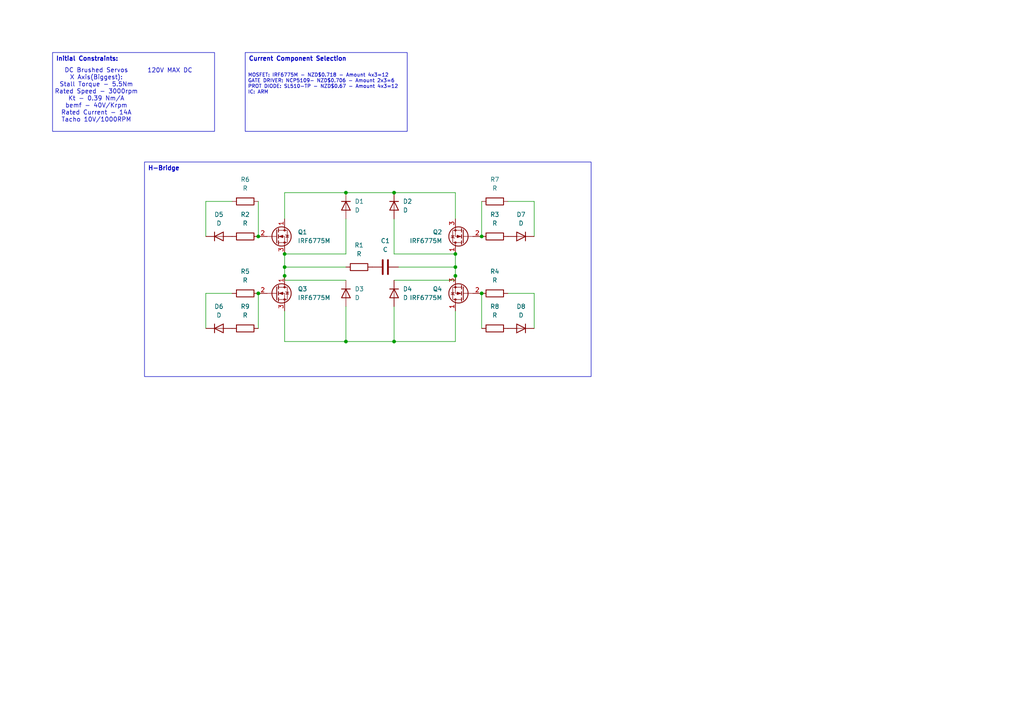
<source format=kicad_sch>
(kicad_sch (version 20231120) (generator "eeschema") (generator_version "8.0")
  (paper "A4")
  (lib_symbols
    (symbol "Device:C" (pin_numbers hide) (pin_names (offset 0.254))
      (property "Reference" "C" (at 0.635 2.54 0))
      (property "Value" "C" (at 0.635 -2.54 0))
      (symbol "C_0_1"
        (polyline (pts (xy -2.032 -0.762) (xy 2.032 -0.762)) (stroke (width 0.508)))
        (polyline (pts (xy -2.032 0.762) (xy 2.032 0.762)) (stroke (width 0.508)))
      )
      (symbol "C_1_1"
        (pin passive line (at 0 3.81 270) (length 2.794) (name "~") (number "1"))
        (pin passive line (at 0 -3.81 90) (length 2.794) (name "~") (number "2"))
      )
    )
    (symbol "Device:D" (pin_numbers hide) (pin_names (offset 1.016) hide)
      (property "Reference" "D" (at 0 2.54 0))
      (property "Value" "D" (at 0 -2.54 0))
      (symbol "D_0_1"
        (polyline (pts (xy -1.27 1.27) (xy -1.27 -1.27)) (stroke (width 0.254)))
        (polyline (pts (xy 1.27 0) (xy -1.27 0)))
        (polyline (pts (xy 1.27 1.27) (xy 1.27 -1.27) (xy -1.27 0) (xy 1.27 1.27)) (stroke (width 0.254)))
      )
      (symbol "D_1_1"
        (pin passive line (at -3.81 0 0) (length 2.54) (name "K") (number "1"))
        (pin passive line (at 3.81 0 180) (length 2.54) (name "A") (number "2"))
      )
    )
    (symbol "Device:R" (pin_numbers hide) (pin_names (offset 0))
      (property "Reference" "R" (at 2.032 0 90))
      (property "Value" "R" (at 0 0 90))
      (symbol "R_0_1"
        (rectangle (start -1.016 -2.54) (end 1.016 2.54) (stroke (width 0.254)))
      )
      (symbol "R_1_1"
        (pin passive line (at 0 3.81 270) (length 1.27) (name "~") (number "1"))
        (pin passive line (at 0 -3.81 90) (length 1.27) (name "~") (number "2"))
      )
    )
    (symbol "Transistor_FET:IRF6775M" (pin_names hide)
      (property "Reference" "Q" (at 5.08 1.905 0))
      (property "Value" "IRF6775M" (at 5.08 0 0))
      (symbol "IRF6775M_0_1"
        (polyline (pts (xy 0.254 0) (xy -2.54 0)))
        (polyline (pts (xy 0.254 1.905) (xy 0.254 -1.905)) (stroke (width 0.254)))
        (polyline (pts (xy 0.762 -1.27) (xy 0.762 -2.286)) (stroke (width 0.254)))
        (polyline (pts (xy 0.762 0.508) (xy 0.762 -0.508)) (stroke (width 0.254)))
        (polyline (pts (xy 0.762 2.286) (xy 0.762 1.27)) (stroke (width 0.254)))
        (polyline (pts (xy 2.54 2.54) (xy 2.54 1.778)))
        (polyline (pts (xy 2.54 -2.54) (xy 2.54 0) (xy 0.762 0)))
        (polyline (pts (xy 0.762 -1.778) (xy 3.302 -1.778) (xy 3.302 1.778) (xy 0.762 1.778)))
        (polyline (pts (xy 1.016 0) (xy 2.032 0.381) (xy 2.032 -0.381) (xy 1.016 0)) (fill (type outline)))
        (polyline (pts (xy 2.794 0.508) (xy 2.921 0.381) (xy 3.683 0.381) (xy 3.81 0.254)))
        (polyline (pts (xy 3.302 0.381) (xy 2.921 -0.254) (xy 3.683 -0.254) (xy 3.302 0.381)))
        (circle (center 1.651 0) (radius 2.794) (stroke (width 0.254)))
        (circle (center 2.54 -1.778) (radius 0.254) (fill (type outline)))
        (circle (center 2.54 1.778) (radius 0.254) (fill (type outline)))
      )
      (symbol "IRF6775M_1_1"
        (pin passive line (at 2.54 5.08 270) (length 2.54) (name "D") (number "1"))
        (pin input line (at -5.08 0 0) (length 2.54) (name "G") (number "2"))
        (pin passive line (at 2.54 -5.08 90) (length 2.54) (name "S") (number "3"))
      )
    )
  )
  (junction (at 100.33 99.06))
  (junction (at 114.3 99.06))
  (junction (at 82.55 80.01))
  (junction (at 74.93 68.58))
  (junction (at 82.55 77.47))
  (junction (at 74.93 85.09))
  (junction (at 100.33 55.88))
  (junction (at 132.08 77.47))
  (junction (at 82.55 73.66))
  (junction (at 114.3 55.88))
  (junction (at 132.08 80.01))
  (junction (at 139.7 68.58))
  (junction (at 132.08 73.66))
  (junction (at 139.7 85.09))
  (wire (pts (xy 59.69 85.09) (xy 59.69 95.25)))
  (wire (pts (xy 154.94 58.42) (xy 154.94 68.58)))
  (wire (pts (xy 67.31 85.09) (xy 59.69 85.09)))
  (wire (pts (xy 132.08 73.66) (xy 132.08 77.47)))
  (wire (pts (xy 154.94 85.09) (xy 154.94 95.25)))
  (wire (pts (xy 82.55 81.28) (xy 82.55 80.01)))
  (wire (pts (xy 132.08 77.47) (xy 132.08 80.01)))
  (wire (pts (xy 139.7 58.42) (xy 139.7 68.58)))
  (wire (pts (xy 114.3 55.88) (xy 132.08 55.88)))
  (wire (pts (xy 114.3 81.28) (xy 132.08 81.28)))
  (wire (pts (xy 74.93 58.42) (xy 74.93 68.58)))
  (wire (pts (xy 82.55 73.66) (xy 82.55 77.47)))
  (wire (pts (xy 139.7 85.09) (xy 139.7 95.25)))
  (wire (pts (xy 100.33 63.5) (xy 100.33 73.66)))
  (wire (pts (xy 132.08 99.06) (xy 132.08 90.17)))
  (wire (pts (xy 82.55 63.5) (xy 82.55 55.88)))
  (wire (pts (xy 147.32 58.42) (xy 154.94 58.42)))
  (wire (pts (xy 82.55 77.47) (xy 82.55 80.01)))
  (wire (pts (xy 100.33 81.28) (xy 82.55 81.28)))
  (wire (pts (xy 82.55 90.17) (xy 82.55 99.06)))
  (wire (pts (xy 114.3 99.06) (xy 132.08 99.06)))
  (wire (pts (xy 100.33 55.88) (xy 114.3 55.88)))
  (wire (pts (xy 100.33 73.66) (xy 82.55 73.66)))
  (wire (pts (xy 82.55 77.47) (xy 100.33 77.47)))
  (wire (pts (xy 114.3 73.66) (xy 132.08 73.66)))
  (wire (pts (xy 100.33 88.9) (xy 100.33 99.06)))
  (wire (pts (xy 67.31 58.42) (xy 59.69 58.42)))
  (wire (pts (xy 114.3 63.5) (xy 114.3 73.66)))
  (wire (pts (xy 115.57 77.47) (xy 132.08 77.47)))
  (wire (pts (xy 132.08 81.28) (xy 132.08 80.01)))
  (wire (pts (xy 74.93 85.09) (xy 74.93 95.25)))
  (wire (pts (xy 114.3 88.9) (xy 114.3 99.06)))
  (wire (pts (xy 59.69 58.42) (xy 59.69 68.58)))
  (wire (pts (xy 100.33 99.06) (xy 114.3 99.06)))
  (wire (pts (xy 82.55 99.06) (xy 100.33 99.06)))
  (wire (pts (xy 82.55 55.88) (xy 100.33 55.88)))
  (wire (pts (xy 147.32 85.09) (xy 154.94 85.09)))
  (wire (pts (xy 132.08 55.88) (xy 132.08 63.5)))
  (text_box "Current Component Selection" (at 71.12 15.24 0) (size 46.99 22.86) (effects (font (size 1.27 1.27) (thickness 0.254) (bold yes)) (justify left top)))
  (text_box "Initial Constraints:" (at 15.24 15.24 0) (size 46.99 22.86) (effects (font (size 1.27 1.27) (thickness 0.254) (bold yes)) (justify left top)))
  (text_box "H-Bridge" (at 41.91 46.99 0) (size 129.54 62.23) (effects (font (size 1.27 1.27) (thickness 0.254) (bold yes)) (justify left top)))
  (text "120V MAX DC" (at 49.276 20.574 0) (effects (font (size 1.27 1.27))))
  (text "DC Brushed Servos\nX Axis(Biggest):\nStall Torque - 5.5Nm\nRated Speed - 3000rpm\nKt - 0.39 Nm/A\nbemf - 40V/Krpm\nRated Current - 14A\nTacho 10V/1000RPM" (at 27.94 27.686 0) (effects (font (size 1.27 1.27))))
  (text "MOSFET: IRF6775M - NZD$0.718 - Amount 4x3=12\nGATE DRIVER: NCP5109- NZD$0.706 - Amount 2x3=6\nPROT DIODE: SL510-TP - NZD$0.67 - Amount 4x3=12\nIC: ARM\n" (at 71.882 24.384 0) (effects (font (size 1.016 1.016)) (justify left)))
  (symbol (lib_id "Device:D") (at 63.5 68.58 0) (unit 1)
    (property "Reference" "D5" (at 63.5 62.23 0))
    (property "Value" "D" (at 63.5 64.77 0))
    (property "Description" "Diode" (effects (hide yes)))
    (property "Sim.Device" "D" (effects (hide yes)))
    (property "Sim.Pins" "1=K 2=A" (effects (hide yes)))
  )
  (symbol (lib_id "Device:R") (at 143.51 85.09 90) (unit 1)
    (property "Reference" "R4" (at 143.51 78.74 90))
    (property "Value" "R" (at 143.51 81.28 90))
    (property "Description" "Resistor" (effects (hide yes)))
  )
  (symbol (lib_id "Device:D") (at 114.3 59.69 270) (unit 1)
    (property "Reference" "D2" (at 116.84 58.4199 90) (effects (justify left)))
    (property "Value" "D" (at 116.84 60.9599 90) (effects (justify left)))
    (property "Description" "Diode" (effects (hide yes)))
    (property "Sim.Device" "D" (effects (hide yes)))
    (property "Sim.Pins" "1=K 2=A" (effects (hide yes)))
  )
  (symbol (lib_id "Device:R") (at 143.51 95.25 90) (unit 1)
    (property "Reference" "R8" (at 143.51 88.9 90))
    (property "Value" "R" (at 143.51 91.44 90))
    (property "Description" "Resistor" (effects (hide yes)))
  )
  (symbol (lib_id "Transistor_FET:IRF6775M") (at 80.01 68.58 0) (unit 1)
    (property "Reference" "Q1" (at 86.36 67.3099 0) (effects (justify left)))
    (property "Value" "IRF6775M" (at 86.36 69.8499 0) (effects (justify left)))
    (property "Footprint" "Package_DirectFET:DirectFET_MZ" (effects (hide yes)))
    (property "Datasheet" "https://www.infineon.com/dgdl/irf6775mpbf.pdf?fileId=5546d462533600a4015355ed84751aa0" (effects (hide yes)))
    (property "Description" "28A Id, 150V Vds, 56mOhm Rds, N-Channel MOSFET, DirectFET MZ" (effects (hide yes)))
  )
  (symbol (lib_id "Transistor_FET:IRF6775M") (at 134.62 85.09 180) (unit 1)
    (property "Reference" "Q4" (at 128.27 83.8199 0) (effects (justify left)))
    (property "Value" "IRF6775M" (at 128.27 86.3599 0) (effects (justify left)))
    (property "Footprint" "Package_DirectFET:DirectFET_MZ" (effects (hide yes)))
    (property "Datasheet" "https://www.infineon.com/dgdl/irf6775mpbf.pdf?fileId=5546d462533600a4015355ed84751aa0" (effects (hide yes)))
    (property "Description" "28A Id, 150V Vds, 56mOhm Rds, N-Channel MOSFET, DirectFET MZ" (effects (hide yes)))
  )
  (symbol (lib_id "Device:R") (at 71.12 58.42 90) (unit 1)
    (property "Reference" "R6" (at 71.12 52.07 90))
    (property "Value" "R" (at 71.12 54.61 90))
    (property "Description" "Resistor" (effects (hide yes)))
  )
  (symbol (lib_id "Transistor_FET:IRF6775M") (at 134.62 68.58 180) (unit 1)
    (property "Reference" "Q2" (at 128.27 67.3099 0) (effects (justify left)))
    (property "Value" "IRF6775M" (at 128.27 69.8499 0) (effects (justify left)))
    (property "Footprint" "Package_DirectFET:DirectFET_MZ" (effects (hide yes)))
    (property "Datasheet" "https://www.infineon.com/dgdl/irf6775mpbf.pdf?fileId=5546d462533600a4015355ed84751aa0" (effects (hide yes)))
    (property "Description" "28A Id, 150V Vds, 56mOhm Rds, N-Channel MOSFET, DirectFET MZ" (effects (hide yes)))
  )
  (symbol (lib_id "Transistor_FET:IRF6775M") (at 80.01 85.09 0) (unit 1)
    (property "Reference" "Q3" (at 86.36 83.8199 0) (effects (justify left)))
    (property "Value" "IRF6775M" (at 86.36 86.3599 0) (effects (justify left)))
    (property "Footprint" "Package_DirectFET:DirectFET_MZ" (effects (hide yes)))
    (property "Datasheet" "https://www.infineon.com/dgdl/irf6775mpbf.pdf?fileId=5546d462533600a4015355ed84751aa0" (effects (hide yes)))
    (property "Description" "28A Id, 150V Vds, 56mOhm Rds, N-Channel MOSFET, DirectFET MZ" (effects (hide yes)))
  )
  (symbol (lib_id "Device:R") (at 143.51 68.58 90) (unit 1)
    (property "Reference" "R3" (at 143.51 62.23 90))
    (property "Value" "R" (at 143.51 64.77 90))
    (property "Description" "Resistor" (effects (hide yes)))
  )
  (symbol (lib_id "Device:D") (at 63.5 95.25 0) (unit 1)
    (property "Reference" "D6" (at 63.5 88.9 0))
    (property "Value" "D" (at 63.5 91.44 0))
    (property "Description" "Diode" (effects (hide yes)))
    (property "Sim.Device" "D" (effects (hide yes)))
    (property "Sim.Pins" "1=K 2=A" (effects (hide yes)))
  )
  (symbol (lib_id "Device:R") (at 71.12 95.25 90) (unit 1)
    (property "Reference" "R9" (at 71.12 88.9 90))
    (property "Value" "R" (at 71.12 91.44 90))
    (property "Description" "Resistor" (effects (hide yes)))
  )
  (symbol (lib_id "Device:R") (at 143.51 58.42 90) (unit 1)
    (property "Reference" "R7" (at 143.51 52.07 90))
    (property "Value" "R" (at 143.51 54.61 90))
    (property "Description" "Resistor" (effects (hide yes)))
  )
  (symbol (lib_id "Device:R") (at 71.12 68.58 90) (unit 1)
    (property "Reference" "R2" (at 71.12 62.23 90))
    (property "Value" "R" (at 71.12 64.77 90))
    (property "Description" "Resistor" (effects (hide yes)))
  )
  (symbol (lib_id "Device:D") (at 151.13 68.58 180) (unit 1)
    (property "Reference" "D7" (at 151.13 62.23 0))
    (property "Value" "D" (at 151.13 64.77 0))
    (property "Description" "Diode" (effects (hide yes)))
    (property "Sim.Device" "D" (effects (hide yes)))
    (property "Sim.Pins" "1=K 2=A" (effects (hide yes)))
  )
  (symbol (lib_id "Device:D") (at 114.3 85.09 270) (unit 1)
    (property "Reference" "D4" (at 116.84 83.8199 90) (effects (justify left)))
    (property "Value" "D" (at 116.84 86.3599 90) (effects (justify left)))
    (property "Description" "Diode" (effects (hide yes)))
    (property "Sim.Device" "D" (effects (hide yes)))
    (property "Sim.Pins" "1=K 2=A" (effects (hide yes)))
  )
  (symbol (lib_id "Device:R") (at 71.12 85.09 90) (unit 1)
    (property "Reference" "R5" (at 71.12 78.74 90))
    (property "Value" "R" (at 71.12 81.28 90))
    (property "Description" "Resistor" (effects (hide yes)))
  )
  (symbol (lib_id "Device:R") (at 104.14 77.47 90) (unit 1)
    (property "Reference" "R1" (at 104.14 71.12 90))
    (property "Value" "R" (at 104.14 73.66 90))
    (property "Description" "Resistor" (effects (hide yes)))
  )
  (symbol (lib_id "Device:D") (at 100.33 85.09 270) (unit 1)
    (property "Reference" "D3" (at 102.87 83.8199 90) (effects (justify left)))
    (property "Value" "D" (at 102.87 86.3599 90) (effects (justify left)))
    (property "Description" "Diode" (effects (hide yes)))
    (property "Sim.Device" "D" (effects (hide yes)))
    (property "Sim.Pins" "1=K 2=A" (effects (hide yes)))
  )
  (symbol (lib_id "Device:C") (at 111.76 77.47 90) (unit 1)
    (property "Reference" "C1" (at 111.76 69.85 90))
    (property "Value" "C" (at 111.76 72.39 90))
    (property "Description" "Unpolarized capacitor" (effects (hide yes)))
  )
  (symbol (lib_id "Device:D") (at 151.13 95.25 180) (unit 1)
    (property "Reference" "D8" (at 151.13 88.9 0))
    (property "Value" "D" (at 151.13 91.44 0))
    (property "Description" "Diode" (effects (hide yes)))
    (property "Sim.Device" "D" (effects (hide yes)))
    (property "Sim.Pins" "1=K 2=A" (effects (hide yes)))
  )
  (symbol (lib_id "Device:D") (at 100.33 59.69 270) (unit 1)
    (property "Reference" "D1" (at 102.87 58.4199 90) (effects (justify left)))
    (property "Value" "D" (at 102.87 60.9599 90) (effects (justify left)))
    (property "Description" "Diode" (effects (hide yes)))
    (property "Sim.Device" "D" (effects (hide yes)))
    (property "Sim.Pins" "1=K 2=A" (effects (hide yes)))
  )
)
</source>
